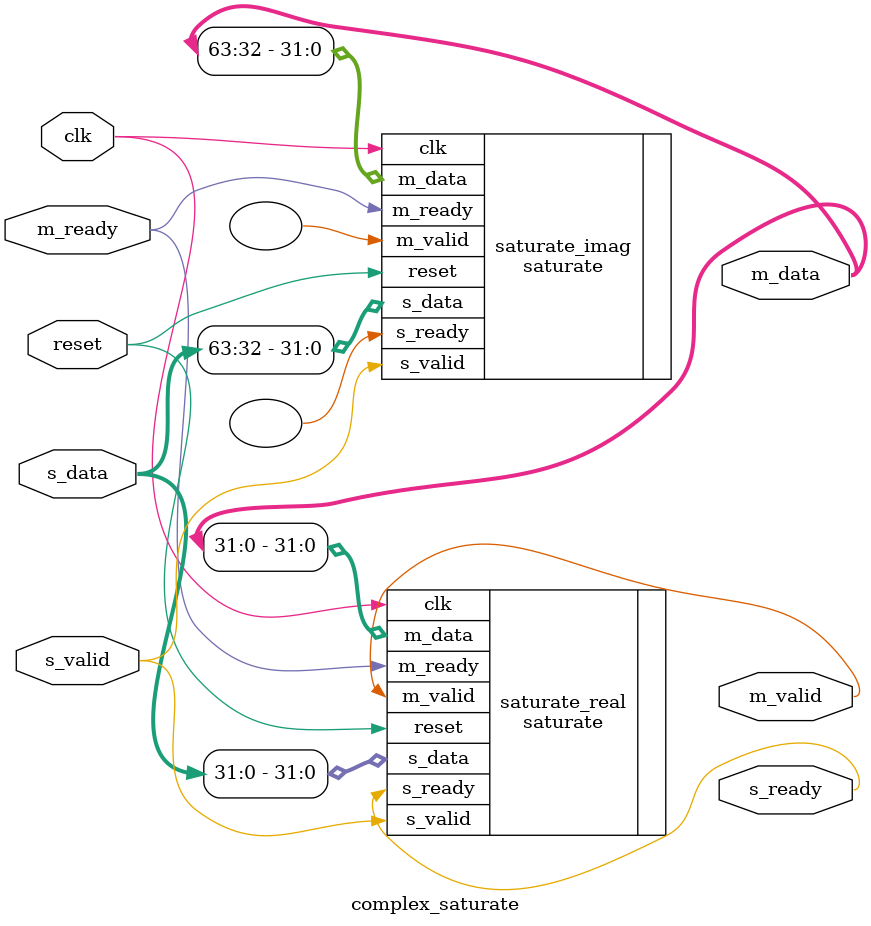
<source format=sv>
/*
 * Copyright 2019-2020 Brett Witherspoon
 */

module complex_saturate #(
  parameter int S_WIDTH = 32,
  parameter int M_WIDTH = 32
)(
  input  logic                 clk,
  input  logic                 reset,

  input  logic                 s_valid,
  output logic                 s_ready,
  input  logic [2*S_WIDTH-1:0] s_data,

  output logic                 m_valid,
  input  logic                 m_ready,
  output logic [2*M_WIDTH-1:0] m_data
);

  saturate #(.S_WIDTH(S_WIDTH), .M_WIDTH(M_WIDTH)) saturate_real (
    .clk,
    .reset,
    .s_valid,
    .s_ready,
    .s_data(s_data[S_WIDTH-1:0]),
    .m_valid,
    .m_ready,
    .m_data(m_data[M_WIDTH-1:0])
  );

  saturate #(.S_WIDTH(S_WIDTH), .M_WIDTH(M_WIDTH)) saturate_imag (
    .clk,
    .reset,
    .s_valid,
    .s_ready(),
    .s_data(s_data[2*S_WIDTH-1:S_WIDTH]),
    .m_valid(),
    .m_ready,
    .m_data(m_data[2*M_WIDTH-1:M_WIDTH])
  );

endmodule

</source>
